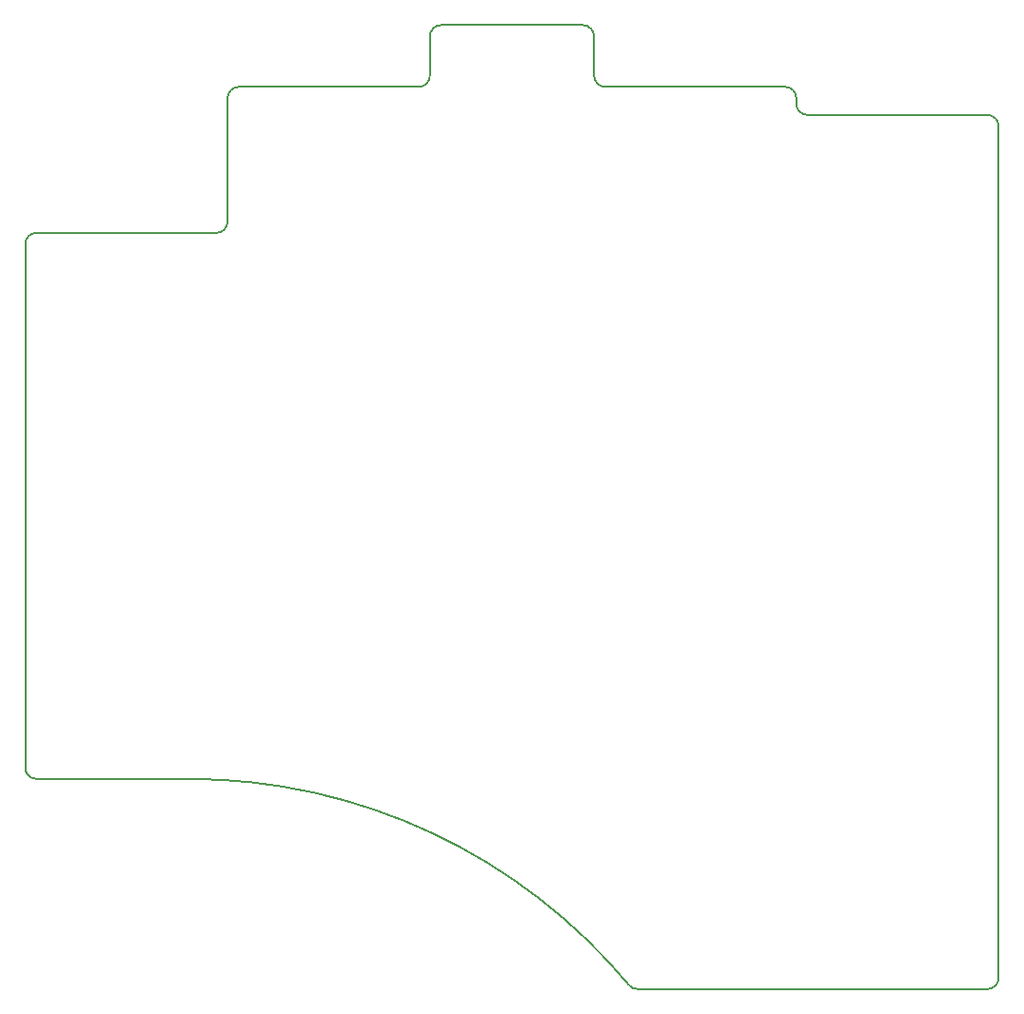
<source format=gbr>
%TF.GenerationSoftware,KiCad,Pcbnew,7.0.9*%
%TF.CreationDate,2025-02-09T18:02:53-08:00*%
%TF.ProjectId,Dyad_left_routes,44796164-5f6c-4656-9674-5f726f757465,v1.0.0*%
%TF.SameCoordinates,Original*%
%TF.FileFunction,Profile,NP*%
%FSLAX46Y46*%
G04 Gerber Fmt 4.6, Leading zero omitted, Abs format (unit mm)*
G04 Created by KiCad (PCBNEW 7.0.9) date 2025-02-09 18:02:53*
%MOMM*%
%LPD*%
G01*
G04 APERTURE LIST*
%TA.AperFunction,Profile*%
%ADD10C,0.150000*%
%TD*%
G04 APERTURE END LIST*
D10*
X43300000Y55300000D02*
G75*
G03*
X44300000Y54300000I1000000J0D01*
G01*
X-7300000Y-6300000D02*
X-7300000Y40300000D01*
X46402913Y-25639393D02*
G75*
G03*
X7300000Y-7300000I-39102913J-32517557D01*
G01*
X46402916Y-25639390D02*
G75*
G03*
X47171794Y-26000001I768884J639390D01*
G01*
X28700000Y55300000D02*
X28700000Y58800000D01*
X29700000Y59800000D02*
G75*
G03*
X28700000Y58800000I0J-1000000D01*
G01*
X61300000Y53300000D02*
G75*
G03*
X60300000Y54300000I-1000000J0D01*
G01*
X-6300000Y41300000D02*
G75*
G03*
X-7300000Y40300000I-1J-999999D01*
G01*
X79300000Y50800000D02*
G75*
G03*
X78300000Y51800000I-1000000J0D01*
G01*
X10700000Y42300000D02*
X10700000Y53300000D01*
X79300000Y50800000D02*
X79300000Y-25000000D01*
X43300000Y58800000D02*
G75*
G03*
X42300000Y59800000I-1000000J0D01*
G01*
X-6300000Y41300000D02*
X9700000Y41300000D01*
X78300000Y-26000000D02*
X47171794Y-26000000D01*
X62300000Y51800000D02*
X78300000Y51800000D01*
X78300000Y-26000000D02*
G75*
G03*
X79300000Y-25000000I0J1000000D01*
G01*
X7300000Y-7300000D02*
X-6300000Y-7300000D01*
X61300000Y53300000D02*
X61300000Y52800000D01*
X61300000Y52800000D02*
G75*
G03*
X62300000Y51800000I1000000J0D01*
G01*
X44300000Y54300000D02*
X60300000Y54300000D01*
X11700000Y54300000D02*
X27700000Y54300000D01*
X29700000Y59800000D02*
X42300000Y59800000D01*
X43300000Y58800000D02*
X43300000Y55300000D01*
X9700000Y41300000D02*
G75*
G03*
X10700000Y42300000I0J1000000D01*
G01*
X27700000Y54300000D02*
G75*
G03*
X28700000Y55300000I0J1000000D01*
G01*
X11700000Y54300000D02*
G75*
G03*
X10700000Y53300000I0J-1000000D01*
G01*
X-7300000Y-6300000D02*
G75*
G03*
X-6300000Y-7300000I999999J-1D01*
G01*
M02*

</source>
